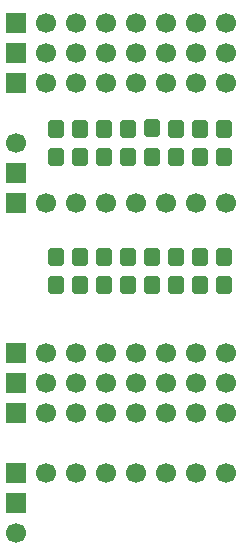
<source format=gbr>
%TF.SameCoordinates,Original*%
%TF.FileFunction,Soldermask,Top*%
%TF.FilePolarity,Negative*%
%FSLAX46Y46*%
G04 Gerber Fmt 4.6, Leading zero omitted, Abs format (unit mm)*
%MOMM*%
%LPD*%
G01*
G04 APERTURE LIST*
G04 Aperture macros list*
%AMRoundRect*
0 Rectangle with rounded corners*
0 $1 Rounding radius*
0 $2 $3 $4 $5 $6 $7 $8 $9 X,Y pos of 4 corners*
0 Add a 4 corners polygon primitive as box body*
4,1,4,$2,$3,$4,$5,$6,$7,$8,$9,$2,$3,0*
0 Add four circle primitives for the rounded corners*
1,1,$1+$1,$2,$3*
1,1,$1+$1,$4,$5*
1,1,$1+$1,$6,$7*
1,1,$1+$1,$8,$9*
0 Add four rect primitives between the rounded corners*
20,1,$1+$1,$2,$3,$4,$5,0*
20,1,$1+$1,$4,$5,$6,$7,0*
20,1,$1+$1,$6,$7,$8,$9,0*
20,1,$1+$1,$8,$9,$2,$3,0*%
G04 Aperture macros list end*
%ADD10RoundRect,0.280800X-0.394200X0.469200X-0.394200X-0.469200X0.394200X-0.469200X0.394200X0.469200X0*%
%ADD11RoundRect,0.280800X0.394200X-0.469200X0.394200X0.469200X-0.394200X0.469200X-0.394200X-0.469200X0*%
%ADD12R,1.700000X1.700000*%
%ADD13C,1.700000*%
G04 APERTURE END LIST*
D10*
%TO.C,R2*%
X132461000Y-44520000D03*
X132461000Y-46920000D03*
%TD*%
%TO.C,R8*%
X144653000Y-44520000D03*
X144653000Y-46920000D03*
%TD*%
D11*
%TO.C,R9*%
X130429000Y-57791200D03*
X130429000Y-55391200D03*
%TD*%
%TO.C,R15*%
X142621000Y-57785000D03*
X142621000Y-55385000D03*
%TD*%
D12*
%TO.C,J9*%
X127000000Y-66040000D03*
D13*
X129540000Y-66040000D03*
X132080000Y-66040000D03*
X134620000Y-66040000D03*
X137160000Y-66040000D03*
X139700000Y-66040000D03*
X142240000Y-66040000D03*
X144780000Y-66040000D03*
%TD*%
D10*
%TO.C,R3*%
X134493000Y-44520000D03*
X134493000Y-46920000D03*
%TD*%
D11*
%TO.C,R16*%
X144653000Y-57785000D03*
X144653000Y-55385000D03*
%TD*%
D10*
%TO.C,R7*%
X142621000Y-44520000D03*
X142621000Y-46920000D03*
%TD*%
D11*
%TO.C,R10*%
X132461000Y-57791200D03*
X132461000Y-55391200D03*
%TD*%
D12*
%TO.C,J10*%
X127000000Y-68580000D03*
D13*
X129540000Y-68580000D03*
X132080000Y-68580000D03*
X134620000Y-68580000D03*
X137160000Y-68580000D03*
X139700000Y-68580000D03*
X142240000Y-68580000D03*
X144780000Y-68580000D03*
%TD*%
D12*
%TO.C,J2*%
X127000000Y-40640000D03*
D13*
X129540000Y-40640000D03*
X132080000Y-40640000D03*
X134620000Y-40640000D03*
X137160000Y-40640000D03*
X139700000Y-40640000D03*
X142240000Y-40640000D03*
X144780000Y-40640000D03*
%TD*%
D11*
%TO.C,R11*%
X134493000Y-57791200D03*
X134493000Y-55391200D03*
%TD*%
D10*
%TO.C,R1*%
X130429000Y-44520000D03*
X130429000Y-46920000D03*
%TD*%
D12*
%TO.C,J7*%
X127000000Y-63500000D03*
D13*
X129540000Y-63500000D03*
X132080000Y-63500000D03*
X134620000Y-63500000D03*
X137160000Y-63500000D03*
X139700000Y-63500000D03*
X142240000Y-63500000D03*
X144780000Y-63500000D03*
%TD*%
D10*
%TO.C,R4*%
X136525000Y-44520000D03*
X136525000Y-46920000D03*
%TD*%
D12*
%TO.C,J5*%
X127000000Y-35560000D03*
D13*
X129540000Y-35560000D03*
X132080000Y-35560000D03*
X134620000Y-35560000D03*
X137160000Y-35560000D03*
X139700000Y-35560000D03*
X142240000Y-35560000D03*
X144780000Y-35560000D03*
%TD*%
D10*
%TO.C,R5*%
X138557000Y-44500800D03*
X138557000Y-46900800D03*
%TD*%
D12*
%TO.C,J4*%
X127000000Y-38100000D03*
D13*
X129540000Y-38100000D03*
X132080000Y-38100000D03*
X134620000Y-38100000D03*
X137160000Y-38100000D03*
X139700000Y-38100000D03*
X142240000Y-38100000D03*
X144780000Y-38100000D03*
%TD*%
D11*
%TO.C,R12*%
X136525000Y-57791200D03*
X136525000Y-55391200D03*
%TD*%
%TO.C,R14*%
X140589000Y-57791200D03*
X140589000Y-55391200D03*
%TD*%
D10*
%TO.C,R6*%
X140589000Y-44520000D03*
X140589000Y-46920000D03*
%TD*%
D11*
%TO.C,R13*%
X138557000Y-57791200D03*
X138557000Y-55391200D03*
%TD*%
D12*
%TO.C,J6*%
X127000000Y-73660000D03*
D13*
X129540000Y-73660000D03*
X132080000Y-73660000D03*
X134620000Y-73660000D03*
X137160000Y-73660000D03*
X139700000Y-73660000D03*
X142240000Y-73660000D03*
X144780000Y-73660000D03*
%TD*%
D12*
%TO.C,J1*%
X127000000Y-50800000D03*
D13*
X129540000Y-50800000D03*
X132080000Y-50800000D03*
X134620000Y-50800000D03*
X137160000Y-50800000D03*
X139700000Y-50800000D03*
X142240000Y-50800000D03*
X144780000Y-50800000D03*
%TD*%
D12*
%TO.C,J8*%
X127000000Y-76200000D03*
D13*
X127000000Y-78740000D03*
%TD*%
D12*
%TO.C,J3*%
X127000000Y-48260000D03*
D13*
X127000000Y-45720000D03*
%TD*%
M02*

</source>
